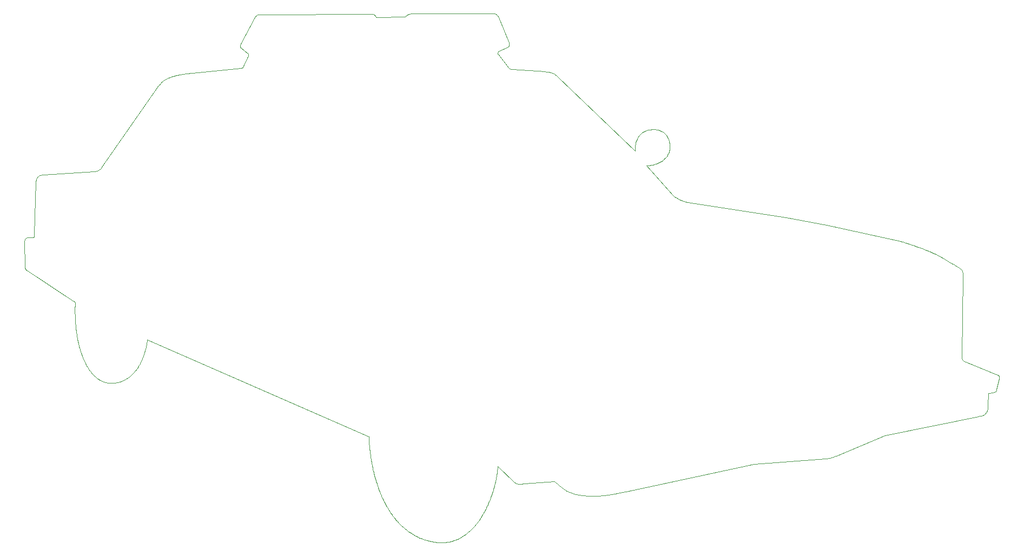
<source format=gm1>
%TF.GenerationSoftware,KiCad,Pcbnew,(5.99.0-8452-g479487ceb1)*%
%TF.CreationDate,2021-02-17T16:52:36+01:00*%
%TF.ProjectId,Hausaufgabe,48617573-6175-4666-9761-62652e6b6963,rev?*%
%TF.SameCoordinates,Original*%
%TF.FileFunction,Profile,NP*%
%FSLAX46Y46*%
G04 Gerber Fmt 4.6, Leading zero omitted, Abs format (unit mm)*
G04 Created by KiCad (PCBNEW (5.99.0-8452-g479487ceb1)) date 2021-02-17 16:52:36*
%MOMM*%
%LPD*%
G01*
G04 APERTURE LIST*
%TA.AperFunction,Profile*%
%ADD10C,0.047250*%
%TD*%
G04 APERTURE END LIST*
D10*
X127533656Y-62917526D02*
X127570812Y-62868187D01*
X167500191Y-85593705D02*
X167318600Y-85693499D01*
X141562657Y-136138695D02*
X141525772Y-136284255D01*
X87159351Y-113688696D02*
X87145226Y-113773308D01*
X164286680Y-81303156D02*
X164458054Y-81137482D01*
X102127155Y-70804186D02*
X102171327Y-70753418D01*
X134361895Y-145084159D02*
X134203358Y-145112543D01*
X151262242Y-135904607D02*
X151191261Y-135842201D01*
X154639999Y-137714241D02*
X154593669Y-137706683D01*
X168642373Y-84506489D02*
X168587136Y-84591846D01*
X194610936Y-131778231D02*
X194553720Y-131799840D01*
X154255763Y-137636321D02*
X154181544Y-137617106D01*
X145342501Y-136030658D02*
X145288342Y-136025800D01*
X140963768Y-138099666D02*
X140949643Y-138138218D01*
X149939184Y-71527880D02*
X150035184Y-71542511D01*
X81816160Y-120224195D02*
X81695687Y-120229411D01*
X75960786Y-111062341D02*
X75953588Y-110977561D01*
X156408968Y-137889616D02*
X156293653Y-137884936D01*
X86296957Y-116669891D02*
X86264659Y-116740629D01*
X152065357Y-136570817D02*
X151998065Y-136518213D01*
X166491236Y-80521963D02*
X166579223Y-80522759D01*
X126283405Y-141815747D02*
X126158049Y-141670623D01*
X70893697Y-87587009D02*
X70949383Y-87580442D01*
X149657624Y-71493198D02*
X149736433Y-71501996D01*
X79268694Y-87030886D02*
X79409507Y-86987938D01*
X130884375Y-144827906D02*
X130765911Y-144792587D01*
X76101940Y-112303214D02*
X76084488Y-112176860D01*
X86911769Y-114883660D02*
X86892158Y-114959958D01*
X77541184Y-117202607D02*
X77491701Y-117105911D01*
X79049721Y-87068915D02*
X79126283Y-87058973D01*
X217733367Y-125347916D02*
X217645744Y-125362086D01*
X218417903Y-124941991D02*
X218377598Y-124988663D01*
X76193705Y-112895957D02*
X76168152Y-112741752D01*
X87113289Y-113954315D02*
X87097366Y-114040147D01*
X79518903Y-119579694D02*
X79403202Y-119498959D01*
X168800412Y-82163698D02*
X168838018Y-82282344D01*
X87173383Y-113601809D02*
X87159351Y-113688696D01*
X167536942Y-80719817D02*
X167734962Y-80818881D01*
X83996910Y-119498248D02*
X83907218Y-119554555D01*
X82448093Y-120139881D02*
X82360919Y-120157235D01*
X217956210Y-125283079D02*
X217909516Y-125300550D01*
X101784436Y-67654314D02*
X101765635Y-67591000D01*
X138098679Y-142947734D02*
X137995041Y-143053671D01*
X141129751Y-137624699D02*
X141090976Y-137739367D01*
X128694088Y-143863761D02*
X128547447Y-143772912D01*
X77964644Y-117933348D02*
X77917230Y-117859378D01*
X127559120Y-143056824D02*
X127469427Y-142982126D01*
X77249968Y-116592557D02*
X77207597Y-116494787D01*
X93837806Y-71725428D02*
X93953086Y-71713107D01*
X161753112Y-137269047D02*
X161630277Y-137295406D01*
X133392515Y-145193727D02*
X133273078Y-145196966D01*
X155978103Y-137867755D02*
X155839074Y-137858157D01*
X86681011Y-115678328D02*
X86658433Y-115746064D01*
X83907218Y-119554555D02*
X83811587Y-119611701D01*
X135143716Y-144880229D02*
X134993630Y-144927892D01*
X214827396Y-116629407D02*
X214876518Y-116677672D01*
X68172125Y-102433801D02*
X68136681Y-102384717D01*
X141868373Y-134674741D02*
X141852629Y-134766821D01*
X151018367Y-135688063D02*
X150955212Y-135631080D01*
X214765701Y-102710643D02*
X214787830Y-102768105D01*
X217539405Y-125372073D02*
X217475441Y-125385018D01*
X127869962Y-143302582D02*
X127790524Y-143241678D01*
X69472924Y-97040914D02*
X69744901Y-88742183D01*
X211988089Y-100805789D02*
X212360441Y-101028746D01*
X151124307Y-71990549D02*
X151188810Y-72042999D01*
X143858649Y-67139357D02*
X143858215Y-67184654D01*
X144017435Y-71045154D02*
X144070335Y-71060458D01*
X76580277Y-114667763D02*
X76550679Y-114557157D01*
X151188810Y-72042999D02*
X151251066Y-72097024D01*
X140851405Y-138399709D02*
X140814880Y-138493819D01*
X125558898Y-140908266D02*
X125488817Y-140810980D01*
X140173078Y-139937841D02*
X140101827Y-140077707D01*
X82171876Y-120188522D02*
X82065442Y-120202369D01*
X166032124Y-86118321D02*
X165861267Y-86144300D01*
X89508753Y-73072713D02*
X89559852Y-73027345D01*
X141164290Y-62335825D02*
X141202166Y-62335611D01*
X138220500Y-142818846D02*
X138098679Y-142947734D01*
X152739817Y-137043722D02*
X152665509Y-136998542D01*
X128038534Y-62501518D02*
X128092871Y-62480894D01*
X169640390Y-90963344D02*
X169728106Y-91035109D01*
X79409507Y-86987938D02*
X79474010Y-86962089D01*
X170050708Y-91251557D02*
X170197916Y-91334934D01*
X150310359Y-71597834D02*
X150372252Y-71613903D01*
X69747601Y-88669105D02*
X69760107Y-88585160D01*
X152168996Y-136650363D02*
X152117629Y-136611163D01*
X214823998Y-102892138D02*
X214839021Y-102963973D01*
X122572339Y-133978146D02*
X122521062Y-133754248D01*
X69417180Y-97346245D02*
X69443268Y-97299717D01*
X75868897Y-108648302D02*
X75870698Y-108491678D01*
X129092690Y-144092402D02*
X128929180Y-144001776D01*
X69469325Y-97144824D02*
X69471123Y-97088028D01*
X122866424Y-62724635D02*
X122899802Y-62767930D01*
X78009355Y-118001406D02*
X77964644Y-117933348D01*
X194228823Y-131906086D02*
X194179974Y-131919959D01*
X77030278Y-116056963D02*
X76986466Y-115940924D01*
X122278787Y-132543524D02*
X122257375Y-132420422D01*
X194179974Y-131919959D02*
X194082715Y-131946066D01*
X168954162Y-82888001D02*
X168968554Y-83143062D01*
X68273156Y-102538457D02*
X68226103Y-102494536D01*
X205903216Y-98271389D02*
X206182726Y-98360271D01*
X84190783Y-119367090D02*
X84103338Y-119427860D01*
X83296021Y-119871400D02*
X83213795Y-119905693D01*
X132777018Y-145174626D02*
X132593518Y-145157687D01*
X101976466Y-70902909D02*
X102029455Y-70879785D01*
X122265440Y-62426279D02*
X122305564Y-62426088D01*
X104171153Y-62789766D02*
X104212357Y-62741874D01*
X75949090Y-110916258D02*
X75942794Y-110837082D01*
X136403266Y-144305513D02*
X136223049Y-144408045D01*
X145017011Y-135965246D02*
X144957363Y-135942432D01*
X141262449Y-137212947D02*
X141217738Y-137355246D01*
X82244386Y-120177540D02*
X82171876Y-120188522D01*
X145092671Y-135988889D02*
X145051378Y-135976680D01*
X90806969Y-72332149D02*
X90908529Y-72296399D01*
X101765635Y-67591000D02*
X101754210Y-67510469D01*
X220538390Y-119246024D02*
X220548556Y-119298420D01*
X139703511Y-140800241D02*
X139614446Y-140949343D01*
X161282206Y-137370094D02*
X161232366Y-137380792D01*
X87097366Y-114040147D02*
X87079643Y-114132631D01*
X218772003Y-124181993D02*
X218753829Y-124250672D01*
X125488817Y-140810980D02*
X125397298Y-140681244D01*
X163569119Y-83254551D02*
X163587653Y-83046251D01*
X138480352Y-142527468D02*
X138362786Y-142662132D01*
X193869410Y-131996078D02*
X193787993Y-132012272D01*
X101808726Y-67706315D02*
X101784436Y-67654314D01*
X205076187Y-98043127D02*
X205324435Y-98102836D01*
X122806606Y-134901782D02*
X122776919Y-134792303D01*
X104212357Y-62741874D02*
X104269305Y-62684291D01*
X142037235Y-133390490D02*
X142028240Y-133482557D01*
X89176129Y-73422524D02*
X89240543Y-73347183D01*
X86764048Y-115415435D02*
X86732563Y-115517907D01*
X86082842Y-117110555D02*
X86034711Y-117201341D01*
X136714631Y-144111015D02*
X136628623Y-144167001D01*
X220131933Y-118868871D02*
X220214880Y-118897513D01*
X78591872Y-118760394D02*
X78541041Y-118702764D01*
X121888256Y-129149395D02*
X121881058Y-129010651D01*
X144815042Y-135871783D02*
X144762952Y-135839718D01*
X122546962Y-62500339D02*
X122632788Y-62540284D01*
X76168152Y-112741752D02*
X76145752Y-112600301D01*
X157752839Y-137881701D02*
X157681498Y-137884940D01*
X91216764Y-72198639D02*
X91287024Y-72178343D01*
X122364434Y-133005177D02*
X122336545Y-132859483D01*
X206999211Y-98628347D02*
X207257957Y-98716261D01*
X81015678Y-120192032D02*
X80918517Y-120173616D01*
X82065442Y-120202369D02*
X81940634Y-120215152D01*
X220420267Y-119026216D02*
X220457062Y-119068798D01*
X87017208Y-114435769D02*
X87005962Y-114486794D01*
X219984651Y-121527241D02*
X219958924Y-121551359D01*
X150924855Y-71850756D02*
X151011940Y-71907704D01*
X143732356Y-67531565D02*
X143705187Y-67565412D01*
X168455969Y-84772308D02*
X168357819Y-84891126D01*
X69830638Y-88312163D02*
X69863025Y-88231826D01*
X70466026Y-87684495D02*
X70568332Y-87651477D01*
X158095386Y-137861819D02*
X158010102Y-137867398D01*
X68381200Y-102618120D02*
X68330551Y-102584500D01*
X80082663Y-119898661D02*
X79979682Y-119849099D01*
X141937260Y-62619301D02*
X141985840Y-62668334D01*
X76208457Y-112981712D02*
X76193705Y-112895957D01*
X159311079Y-137736310D02*
X159204148Y-137750651D01*
X124250768Y-138739390D02*
X124203358Y-138643848D01*
X168158486Y-85100255D02*
X168009891Y-85234186D01*
X220093878Y-118853577D02*
X220131933Y-118868871D01*
X138871253Y-142043766D02*
X138803872Y-142131284D01*
X159813706Y-137660803D02*
X159754781Y-137670340D01*
X214694357Y-102572692D02*
X214736731Y-102647868D01*
X104045385Y-62983406D02*
X104082630Y-62913168D01*
X153600088Y-137425844D02*
X153530727Y-137399026D01*
X159457270Y-137715717D02*
X159385658Y-137725966D01*
X141609529Y-135946413D02*
X141594776Y-136007984D01*
X151129544Y-135787500D02*
X151018367Y-135688063D01*
X68096197Y-102313367D02*
X68086660Y-102293109D01*
X136481262Y-144258883D02*
X136403266Y-144305513D01*
X217325813Y-125415301D02*
X202620124Y-128389954D01*
X77725069Y-117540222D02*
X77690524Y-117479318D01*
X145875896Y-135998232D02*
X145844047Y-136002641D01*
X78102917Y-118138968D02*
X78060992Y-118078182D01*
X93113372Y-71814636D02*
X93233842Y-71798254D01*
X220523905Y-119195834D02*
X220538390Y-119246024D01*
X80796858Y-120146789D02*
X80689496Y-120119556D01*
X122480667Y-133570923D02*
X122446750Y-133411946D01*
X86815867Y-115239401D02*
X86784022Y-115348854D01*
X163620129Y-82805098D02*
X163668171Y-82556311D01*
X94205912Y-71687650D02*
X94316764Y-71677558D01*
X128929180Y-144001776D02*
X128815035Y-143935911D01*
X93553125Y-71757939D02*
X93627166Y-71749186D01*
X122305564Y-62426088D02*
X122408058Y-62452259D01*
X122041641Y-130928017D02*
X122022391Y-130759786D01*
X89346611Y-73231036D02*
X89410215Y-73166236D01*
X218377598Y-124988663D02*
X218321192Y-125046953D01*
X141891134Y-134536369D02*
X141868373Y-134674741D01*
X76020163Y-111654835D02*
X76013864Y-111599213D01*
X154181544Y-137617106D02*
X154104264Y-137595694D01*
X160077507Y-137616003D02*
X160042602Y-137622120D01*
X128259119Y-143583192D02*
X128106693Y-143476733D01*
X87130381Y-113858916D02*
X87113289Y-113954315D01*
X131542756Y-144993501D02*
X131347264Y-144949635D01*
X86190169Y-116897729D02*
X86129354Y-117020120D01*
X84816392Y-118844839D02*
X84774920Y-118884641D01*
X143815736Y-70915653D02*
X143831120Y-70932029D01*
X140247026Y-139788873D02*
X140225254Y-139833090D01*
X166535437Y-86003031D02*
X166329052Y-86057451D01*
X168891007Y-83894823D02*
X168846296Y-84059921D01*
X128285934Y-62426203D02*
X128374999Y-62408482D01*
X155736784Y-137850328D02*
X155633210Y-137841692D01*
X127193388Y-142741209D02*
X127042234Y-142601904D01*
X104092347Y-62894829D02*
X104135078Y-62835803D01*
X156900856Y-137899941D02*
X156822046Y-137899332D01*
X124776238Y-139709496D02*
X124711646Y-139598261D01*
X220298455Y-118936164D02*
X220334352Y-118957314D01*
X77641762Y-117391376D02*
X77610634Y-117333997D01*
X165965903Y-80546964D02*
X166193132Y-80529250D01*
X168211635Y-81184816D02*
X168342990Y-81330252D01*
X75892288Y-107743167D02*
X75898584Y-107609819D01*
X215158834Y-116871121D02*
X215264783Y-116913683D01*
X168968554Y-83143062D02*
X168963157Y-83395476D01*
X70715881Y-87615870D02*
X70819026Y-87597554D01*
X166579223Y-80522759D02*
X166787370Y-80529148D01*
X169865426Y-91134450D02*
X169970639Y-91202887D01*
X141725396Y-62461481D02*
X141776045Y-62492207D01*
X168357819Y-84891126D02*
X168277120Y-84980442D01*
X163668171Y-82556311D02*
X163722869Y-82343985D01*
X160952757Y-137443290D02*
X160841797Y-137467137D01*
X86658433Y-115746064D02*
X86634499Y-115816496D01*
X171365682Y-91837590D02*
X171483994Y-91878004D01*
X210042330Y-99798064D02*
X210326246Y-99928409D01*
X150891519Y-135573216D02*
X146246816Y-135966837D01*
X86601934Y-115909589D02*
X86562620Y-116018666D01*
X85270377Y-118350908D02*
X85209741Y-118423534D01*
X86529242Y-116108307D02*
X86490109Y-116210205D01*
X86844205Y-115138584D02*
X86815867Y-115239401D01*
X142049393Y-68657627D02*
X142057490Y-68682105D01*
X152117629Y-136611163D02*
X152065357Y-136570817D01*
X123795670Y-137757454D02*
X123752668Y-137656382D01*
X142042196Y-68623729D02*
X142049393Y-68657627D01*
X140593746Y-139033207D02*
X140532392Y-139174406D01*
X92849147Y-71853041D02*
X93007789Y-71829561D01*
X126017076Y-141501749D02*
X125942404Y-141409761D01*
X143805838Y-66916480D02*
X143817534Y-66944487D01*
X145386131Y-136033087D02*
X145342501Y-136030658D01*
X132908562Y-145184728D02*
X132777018Y-145174626D01*
X122009436Y-130641625D02*
X121995040Y-130504840D01*
X78967587Y-87076202D02*
X79049721Y-87068915D01*
X168102140Y-81080986D02*
X168211635Y-81184816D01*
X141746383Y-135328302D02*
X141745644Y-135331901D01*
X68027824Y-101929427D02*
X67988240Y-98016462D01*
X146125996Y-135977092D02*
X146056004Y-135983030D01*
X140428483Y-139405804D02*
X140428215Y-139406403D01*
X122678588Y-134414634D02*
X122669590Y-134380143D01*
X89906619Y-72766783D02*
X89996691Y-72710284D01*
X156069947Y-137873422D02*
X155978103Y-137867755D01*
X122989045Y-62937047D02*
X123053911Y-62936770D01*
X84298084Y-119288679D02*
X84190783Y-119367090D01*
X134203358Y-145112543D02*
X134093181Y-145129798D01*
X141815926Y-134971462D02*
X141785159Y-135133751D01*
X137027226Y-143892638D02*
X136837925Y-144027727D01*
X220258692Y-118916228D02*
X220298455Y-118936164D01*
X140770887Y-138605302D02*
X140739669Y-138682977D01*
X214740761Y-116502600D02*
X214781605Y-116572800D01*
X143832290Y-66984859D02*
X143844792Y-67029866D01*
X79403202Y-119498959D02*
X79308540Y-119428724D01*
X142098385Y-62837977D02*
X143805838Y-66916480D01*
X123356287Y-136642444D02*
X123288364Y-136451517D01*
X139523546Y-141097140D02*
X139416886Y-141265253D01*
X124711646Y-139598261D02*
X124628699Y-139452332D01*
X123053911Y-62936770D02*
X127476080Y-62917775D01*
X125829321Y-141267054D02*
X125737161Y-141147605D01*
X163554724Y-83657215D02*
X163561023Y-83392005D01*
X70027838Y-87971649D02*
X70068051Y-87928854D01*
X76855206Y-115571362D02*
X76823722Y-115477519D01*
X159925432Y-137642254D02*
X159813706Y-137660803D01*
X101776699Y-67282788D02*
X101796852Y-67225122D01*
X102961274Y-68649763D02*
X102938603Y-68614542D01*
X171221777Y-91786175D02*
X171365682Y-91837590D01*
X89638480Y-72961334D02*
X89722778Y-72895429D01*
X102921778Y-68591909D02*
X102877696Y-68558203D01*
X93233842Y-71798254D02*
X93325335Y-71786256D01*
X84703847Y-118951079D02*
X84623150Y-119023743D01*
X135783899Y-144628599D02*
X135686875Y-144671935D01*
X78904477Y-119083461D02*
X78849779Y-119030705D01*
X141768063Y-135220587D02*
X141746383Y-135328302D01*
X77690524Y-117479318D02*
X77641762Y-117391376D01*
X158743955Y-137805269D02*
X158681250Y-137811747D01*
X84774920Y-118884641D02*
X84703847Y-118951079D01*
X219636312Y-121688692D02*
X218851800Y-121849368D01*
X131041784Y-144872177D02*
X130884375Y-144827906D01*
X123448319Y-136892475D02*
X123397848Y-136756574D01*
X76269361Y-113315343D02*
X76249661Y-113210851D01*
X86732563Y-115517907D02*
X86702334Y-115613015D01*
X215031355Y-116793564D02*
X215083534Y-116826471D01*
X140225254Y-139833090D02*
X140173078Y-139937841D01*
X123519749Y-137080100D02*
X123448319Y-136892475D01*
X163561023Y-83392005D02*
X163569119Y-83254551D01*
X141679155Y-62436712D02*
X141725396Y-62461481D01*
X86784022Y-115348854D02*
X86764048Y-115415435D01*
X102171327Y-70753418D02*
X102231692Y-70675502D01*
X102877696Y-68558203D02*
X101899859Y-67810454D01*
X220556885Y-119421427D02*
X220547169Y-119461994D01*
X76227080Y-113087133D02*
X76208457Y-112981712D01*
X129869016Y-144466313D02*
X129677212Y-144382269D01*
X161044072Y-137423246D02*
X160952757Y-137443290D01*
X141217738Y-137355246D02*
X141170325Y-137502039D01*
X207911627Y-98945836D02*
X208177162Y-99042535D01*
X211363380Y-100451759D02*
X211725324Y-100653445D01*
X194684887Y-131748732D02*
X194610936Y-131778231D01*
X75881619Y-109695079D02*
X75878020Y-109568126D01*
X139799547Y-140634666D02*
X139703511Y-140800241D01*
X160536721Y-137529843D02*
X160431967Y-137550381D01*
X145288342Y-136025800D02*
X145249028Y-136020942D01*
X214862996Y-103444340D02*
X214693082Y-116167758D01*
X101899859Y-67810454D02*
X101864415Y-67779900D01*
X122408058Y-62452259D02*
X122481110Y-62475408D01*
X70658394Y-87628273D02*
X70715881Y-87615870D01*
X101806479Y-67206911D02*
X101844623Y-67134993D01*
X141577407Y-62392493D02*
X141624008Y-62411071D01*
X86702334Y-115613015D02*
X86681011Y-115678328D01*
X206182726Y-98360271D02*
X206347378Y-98413279D01*
X151690480Y-136269691D02*
X151623277Y-136213794D01*
X152515897Y-136900776D02*
X152450313Y-136855650D01*
X156745848Y-137898341D02*
X156682604Y-137897263D01*
X128386510Y-143668865D02*
X128259119Y-143583192D01*
X78450717Y-118596607D02*
X78398178Y-118532553D01*
X121867561Y-128709964D02*
X121863063Y-128595198D01*
X125203648Y-140395964D02*
X125167933Y-140341598D01*
X86391240Y-116453908D02*
X86341757Y-116569115D01*
X209251729Y-99458963D02*
X209443667Y-99538365D01*
X205495114Y-98143941D02*
X205903216Y-98271389D01*
X145249028Y-136020942D02*
X145194598Y-136012124D01*
X145625795Y-136027202D02*
X145573077Y-136030890D01*
X94113851Y-71696678D02*
X94205912Y-71687650D01*
X137655633Y-143377780D02*
X137493140Y-143521138D01*
X152846749Y-137103395D02*
X152739817Y-137043722D01*
X142039496Y-68597057D02*
X142042196Y-68623729D01*
X155061400Y-137770845D02*
X154963923Y-137758359D01*
X220497635Y-119133686D02*
X220510861Y-119161901D01*
X83350180Y-119847757D02*
X83296021Y-119871400D01*
X140639088Y-138926699D02*
X140593746Y-139033207D01*
X104393275Y-62591794D02*
X104465065Y-62556136D01*
X103022720Y-68926468D02*
X103024518Y-68865879D01*
X102084513Y-70843359D02*
X102127155Y-70804186D01*
X75933799Y-110721018D02*
X75925702Y-110609445D01*
X122336545Y-132859483D02*
X122319453Y-132768232D01*
X75876095Y-108201071D02*
X75880593Y-108051565D01*
X87145226Y-113773308D02*
X87130381Y-113858916D01*
X142142965Y-68347011D02*
X142102032Y-68399063D01*
X133542493Y-145186529D02*
X133392515Y-145193727D01*
X132151588Y-145102897D02*
X131996012Y-145078769D01*
X194008763Y-131964562D02*
X193930496Y-131982817D01*
X80323137Y-120000326D02*
X80249995Y-119971424D01*
X77350728Y-116815158D02*
X77317892Y-116743979D01*
X143856759Y-70956038D02*
X143876640Y-70972158D01*
X123865752Y-137918844D02*
X123795670Y-137757454D01*
X161168042Y-137395465D02*
X161096790Y-137411522D01*
X211137145Y-100330780D02*
X211363380Y-100451759D01*
X86034711Y-117201341D02*
X85973986Y-117312158D01*
X170876756Y-91652643D02*
X170969400Y-91689996D01*
X85922976Y-117402080D02*
X85857121Y-117514140D01*
X93007789Y-71829561D02*
X93113372Y-71814636D01*
X163722869Y-82343985D02*
X163784582Y-82153456D01*
X168846296Y-84059921D02*
X168793935Y-84211362D01*
X83428808Y-119811972D02*
X83350180Y-119847757D01*
X129580447Y-144337836D02*
X129467685Y-144284327D01*
X218691574Y-124445740D02*
X218678080Y-124481158D01*
X123595591Y-137273542D02*
X123572738Y-137215711D01*
X143846520Y-67278437D02*
X143830776Y-67338573D01*
X171657876Y-91933833D02*
X171791498Y-91958573D01*
X214804024Y-102817693D02*
X214823998Y-102892138D01*
X141893719Y-62580066D02*
X141937260Y-62619301D01*
X153905400Y-137534500D02*
X153767449Y-137487414D01*
X141636070Y-135833470D02*
X141628872Y-135864716D01*
X161872179Y-137243498D02*
X161753112Y-137269047D01*
X170366077Y-91422453D02*
X170506744Y-91490574D01*
X94316764Y-71677558D02*
X101803014Y-70933581D01*
X214712875Y-116426599D02*
X214740761Y-116502600D01*
X126464556Y-142017445D02*
X126364373Y-141907052D01*
X125942404Y-141409761D02*
X125878622Y-141329785D01*
X76550679Y-114557157D02*
X76520810Y-114442466D01*
X82653381Y-120091696D02*
X82554843Y-120116120D01*
X133132708Y-145198043D02*
X133033414Y-145192736D01*
X161630277Y-137295406D02*
X161561544Y-137310153D01*
X166975856Y-85850841D02*
X166847181Y-85900696D01*
X214876518Y-116677672D02*
X214933734Y-116724993D01*
X94032973Y-71704839D02*
X94113851Y-71696678D01*
X76042295Y-111845788D02*
X76032579Y-111763616D01*
X194285682Y-131889290D02*
X194228823Y-131906086D01*
X125167933Y-140341598D02*
X125101362Y-140239069D01*
X76423021Y-114042515D02*
X76393423Y-113912747D01*
X68108610Y-97604299D02*
X68180493Y-97545192D01*
X140739669Y-138682977D02*
X140704493Y-138769351D01*
X69323707Y-97413837D02*
X69372109Y-97390257D01*
X220101787Y-121326011D02*
X220089642Y-121376667D01*
X171791498Y-91958573D02*
X187138186Y-94330859D01*
X122102727Y-131411454D02*
X122086084Y-131286095D01*
X155341879Y-137813532D02*
X155260551Y-137799678D01*
X170624478Y-91544596D02*
X170769024Y-91607696D01*
X122022391Y-130759786D02*
X122009436Y-130641625D01*
X83620456Y-119717230D02*
X83531213Y-119762696D01*
X136097170Y-144475436D02*
X135998246Y-144526022D01*
X220548556Y-119298420D02*
X220554854Y-119356672D01*
X121932157Y-129808296D02*
X121921360Y-129665844D01*
X84372574Y-119231721D02*
X84298084Y-119288679D01*
X77097749Y-116229392D02*
X77061585Y-116137912D01*
X122788787Y-62645545D02*
X122831700Y-62686134D01*
X132439211Y-145140827D02*
X132309790Y-145124822D01*
X80689496Y-120119556D02*
X80592928Y-120092145D01*
X168953441Y-83515465D02*
X168925463Y-83725110D01*
X214787830Y-102768105D02*
X214804024Y-102817693D01*
X121921360Y-129665844D02*
X121909575Y-129497435D01*
X79049138Y-119215932D02*
X78978967Y-119152966D01*
X86982211Y-114592148D02*
X86966737Y-114658615D01*
X101754210Y-67510469D02*
X101752409Y-67469973D01*
X127469427Y-142982126D02*
X127352860Y-142882472D01*
X141594776Y-136007984D02*
X141562657Y-136138695D01*
X150035184Y-71542511D02*
X150115613Y-71556371D01*
X84881437Y-118780661D02*
X84816392Y-118844839D01*
X159204148Y-137750651D02*
X159098367Y-137764228D01*
X122741377Y-62607675D02*
X122788787Y-62645545D01*
X138949342Y-141940118D02*
X138871253Y-142043766D01*
X77863253Y-117772924D02*
X77799738Y-117668071D01*
X141449838Y-62355299D02*
X141521357Y-62373752D01*
X122152210Y-131761684D02*
X122128819Y-131599924D01*
X140532392Y-139174406D02*
X140480034Y-139292076D01*
X125101362Y-140239069D02*
X125012386Y-140098896D01*
X122889821Y-135198461D02*
X122837103Y-135012274D01*
X75872620Y-109360284D02*
X75869923Y-109188627D01*
X143949240Y-71017194D02*
X143981720Y-71031883D01*
X210843781Y-100179721D02*
X211137145Y-100330780D01*
X170197916Y-91334934D02*
X170293923Y-91385781D01*
X85620247Y-117884296D02*
X85553942Y-117979465D01*
X161502078Y-137322926D02*
X161408876Y-137342925D01*
X214856653Y-103086974D02*
X214865652Y-103191731D01*
X167912370Y-80931008D02*
X167997115Y-80993758D01*
X167394213Y-80662961D02*
X167536942Y-80719817D01*
X141948171Y-134155321D02*
X141927391Y-134300792D01*
X143765645Y-67482162D02*
X143732356Y-67531565D01*
X124340464Y-138916180D02*
X124250768Y-138739390D01*
X142199732Y-68289792D02*
X142162665Y-68325673D01*
X124152708Y-138540270D02*
X124083258Y-138395338D01*
X127777907Y-62651949D02*
X127828107Y-62614490D01*
X218753829Y-124250672D02*
X218741952Y-124291901D01*
X194553720Y-131799840D02*
X194486516Y-131823993D01*
X151544917Y-136147933D02*
X151435487Y-136054757D01*
X123572738Y-137215711D02*
X123519749Y-137080100D01*
X69372109Y-97390257D02*
X69417180Y-97346245D01*
X75906808Y-110284488D02*
X75899610Y-110153626D01*
X218539533Y-124768405D02*
X218505887Y-124822131D01*
X141298075Y-137096822D02*
X141285209Y-137138954D01*
X142238685Y-68271654D02*
X142199732Y-68289792D01*
X70365986Y-87725364D02*
X70466026Y-87684495D01*
X122179468Y-131942633D02*
X122152210Y-131761684D01*
X141706961Y-135516262D02*
X141687529Y-135605623D01*
X156822046Y-137899332D02*
X156745848Y-137898341D01*
X133942454Y-145150164D02*
X133744526Y-145171333D01*
X144521308Y-135626343D02*
X142204730Y-133384513D01*
X77266882Y-116630775D02*
X77249968Y-116592557D01*
X193566428Y-132045405D02*
X193446102Y-132054311D01*
X131835202Y-145051096D02*
X131679241Y-145021562D01*
X68029622Y-102121795D02*
X68028723Y-102024520D01*
X129677212Y-144382269D02*
X129580447Y-144337836D01*
X78210782Y-118289596D02*
X78156534Y-118214880D01*
X132593518Y-145157687D02*
X132439211Y-145140827D01*
X78498310Y-118653157D02*
X78450717Y-118596607D01*
X69471123Y-97088028D02*
X69472924Y-97040914D01*
X165168245Y-80724821D02*
X165402296Y-80649981D01*
X160733883Y-137489802D02*
X160629177Y-137511293D01*
X84527672Y-119106059D02*
X84442117Y-119176545D01*
X126637250Y-142201200D02*
X126542374Y-142101208D01*
X168639198Y-81781911D02*
X168708109Y-81926527D01*
X155260551Y-137799678D02*
X155160783Y-137784476D01*
X143752581Y-70833988D02*
X143770573Y-70856690D01*
X167734962Y-80818881D02*
X167912370Y-80931008D01*
X151011940Y-71907704D02*
X151068439Y-71948015D01*
X167997115Y-80993758D02*
X168102140Y-81080986D01*
X144070335Y-71060458D02*
X144123681Y-71072058D01*
X127671840Y-62749451D02*
X127733736Y-62689341D01*
X79959491Y-86565265D02*
X80002225Y-86504271D01*
X136223049Y-144408045D02*
X136097170Y-144475436D01*
X86892158Y-114959958D02*
X86877944Y-115013954D01*
X79196725Y-87046773D02*
X79268694Y-87030886D01*
X136837925Y-144027727D02*
X136714631Y-144111015D01*
X144259346Y-71092998D02*
X144284717Y-71094856D01*
X157681498Y-137884940D02*
X157571357Y-137889348D01*
X160431967Y-137550381D02*
X160365573Y-137563138D01*
X75953588Y-110977561D02*
X75949090Y-110916258D01*
X138710013Y-142250233D02*
X138608074Y-142375653D01*
X162100779Y-137194430D02*
X162018552Y-137212083D01*
X159754781Y-137670340D02*
X159667697Y-137684105D01*
X214383894Y-102256444D02*
X214454425Y-102310026D01*
X69760107Y-88585160D02*
X69779089Y-88489303D01*
X142095723Y-68744900D02*
X142111649Y-68764938D01*
X194486516Y-131823993D02*
X194379827Y-131859881D01*
X77917230Y-117859378D02*
X77863253Y-117772924D01*
X134993630Y-144927892D02*
X134828896Y-144975465D01*
X194881998Y-131658632D02*
X194822981Y-131687710D01*
X81320441Y-120223115D02*
X81235785Y-120216908D01*
X68058050Y-102219706D02*
X68029622Y-102121795D01*
X144245225Y-71091018D02*
X144259346Y-71092998D01*
X67987341Y-97913773D02*
X68000745Y-97827517D01*
X164611523Y-81016729D02*
X164823954Y-80882338D01*
X169550086Y-90879166D02*
X169640390Y-90963344D01*
X143906060Y-70992748D02*
X143949240Y-71017194D01*
X133033414Y-145192736D02*
X132908562Y-145184728D01*
X123397848Y-136756574D02*
X123356287Y-136642444D01*
X86562620Y-116018666D02*
X86529242Y-116108307D01*
X164020737Y-81655815D02*
X164098647Y-81536799D01*
X77441772Y-117005508D02*
X77404527Y-116928761D01*
X218266223Y-125096773D02*
X218225832Y-125129486D01*
X193787993Y-132012272D02*
X193674412Y-132031605D01*
X220089642Y-121376667D02*
X220067959Y-121413966D01*
X142204730Y-133384513D02*
X142050821Y-133235564D01*
X141776045Y-62492207D02*
X141804205Y-62511056D01*
X122257375Y-132420422D02*
X122235606Y-132292321D01*
X158973409Y-137779519D02*
X158885964Y-137789678D01*
X67988240Y-98016462D02*
X67987341Y-97913773D01*
X214865652Y-103191731D02*
X214864794Y-103255848D01*
X195021891Y-131599554D02*
X194952530Y-131628846D01*
X122931198Y-62816396D02*
X122962236Y-62874495D01*
X76393423Y-113912747D02*
X76365713Y-113787066D01*
X127828107Y-62614490D02*
X127865713Y-62589521D01*
X160277947Y-137579647D02*
X160184710Y-137596803D01*
X158204781Y-137853993D02*
X158095386Y-137861819D01*
X158885964Y-137789678D02*
X158743955Y-137805269D01*
X220109883Y-121290644D02*
X220101787Y-121326011D01*
X141272608Y-62334467D02*
X141331083Y-62337537D01*
X122187440Y-62426652D02*
X122265440Y-62426279D01*
X76340613Y-113669793D02*
X76317674Y-113559416D01*
X141804205Y-62511056D02*
X141847657Y-62542732D01*
X220018208Y-121488861D02*
X219984651Y-121527241D01*
X218090166Y-125219216D02*
X218037894Y-125246745D01*
X78757403Y-118938038D02*
X78711972Y-118890771D01*
X167838447Y-85370368D02*
X167684249Y-85478865D01*
X214015492Y-102029078D02*
X214072708Y-102061573D01*
X141202166Y-62335611D02*
X141272608Y-62334467D01*
X135319955Y-144818882D02*
X135143716Y-144880229D01*
X123131376Y-135987260D02*
X123074249Y-135809556D01*
X69262443Y-97424911D02*
X69323707Y-97413837D01*
X218127230Y-125197498D02*
X218090166Y-125219216D01*
X206347378Y-98413279D02*
X206565990Y-98484448D01*
X143622511Y-67627206D02*
X142272242Y-68256034D01*
X104557964Y-62526029D02*
X104637491Y-62512293D01*
X193371701Y-132059797D02*
X182132509Y-132895434D01*
X90121920Y-72637837D02*
X90192091Y-72599970D01*
X214736731Y-102647868D02*
X214765701Y-102710643D01*
X143844792Y-67029866D02*
X143855050Y-67087841D01*
X81144362Y-120208091D02*
X81015678Y-120192032D01*
X137995041Y-143053671D02*
X137890261Y-143157399D01*
X163587653Y-83046251D02*
X163620129Y-82805098D01*
X143831120Y-70932029D02*
X143856759Y-70956038D01*
X122521062Y-133754248D02*
X122480667Y-133570923D01*
X121872961Y-128836054D02*
X121867561Y-128709964D01*
X143981720Y-71031883D02*
X144017435Y-71045154D01*
X218568503Y-124718033D02*
X218539533Y-124768405D01*
X76637136Y-114871974D02*
X76618421Y-114805915D01*
X122989144Y-135534993D02*
X122955676Y-135423608D01*
X83071652Y-119960662D02*
X82955839Y-120001461D01*
X150731075Y-71745227D02*
X150791979Y-71775414D01*
X128005430Y-143403575D02*
X127869962Y-143302582D01*
X68000745Y-97827517D02*
X68019728Y-97757308D01*
X101862840Y-70927454D02*
X101917538Y-70918968D01*
X102938603Y-68614542D02*
X102921778Y-68591909D01*
X141667198Y-135697151D02*
X141636070Y-135833470D01*
X76145752Y-112600301D02*
X76128389Y-112486468D01*
X122069623Y-131157745D02*
X122041641Y-130928017D01*
X210666364Y-100091457D02*
X210843781Y-100179721D01*
X125307242Y-140550447D02*
X125203648Y-140395964D01*
X208432427Y-99137605D02*
X208702227Y-99240539D01*
X168925463Y-83725110D02*
X168891007Y-83894823D01*
X87038617Y-114335554D02*
X87017208Y-114435769D01*
X144284717Y-71094856D02*
X149487458Y-71475550D01*
X126158049Y-141670623D02*
X126017076Y-141501749D01*
X153283613Y-137298202D02*
X153228645Y-137274776D01*
X141745644Y-135331901D02*
X141727203Y-135420758D01*
X76450190Y-114157747D02*
X76423021Y-114042515D01*
X86129354Y-117020120D02*
X86082842Y-117110555D01*
X122831700Y-62686134D02*
X122866424Y-62724635D01*
X141429332Y-136645119D02*
X141387139Y-136794769D01*
X101803014Y-70933581D02*
X101862840Y-70927454D01*
X213818642Y-101915497D02*
X213939472Y-101985509D01*
X85054283Y-118599874D02*
X84961594Y-118698757D01*
X143664703Y-67607567D02*
X143622511Y-67627206D01*
X102252744Y-70630638D02*
X102289811Y-70551577D01*
X156182852Y-137879629D02*
X156069947Y-137873422D01*
X136628623Y-144167001D02*
X136481262Y-144258883D01*
X123288364Y-136451517D02*
X123247159Y-136332986D01*
X141170325Y-137502039D02*
X141130561Y-137622270D01*
X77404527Y-116928761D02*
X77350728Y-116815158D01*
X139867920Y-140513578D02*
X139799547Y-140634666D01*
X85973986Y-117312158D02*
X85922976Y-117402080D01*
X167206189Y-85749293D02*
X166975856Y-85850841D01*
X122899802Y-62767930D02*
X122931198Y-62816396D01*
X214839021Y-102963973D02*
X214848556Y-103022008D01*
X79308540Y-119428724D02*
X79206846Y-119348926D01*
X166192730Y-86087904D02*
X166032124Y-86118321D01*
X101844623Y-67134993D02*
X101858658Y-67108513D01*
X76032579Y-111763616D02*
X76020163Y-111654835D01*
X69798789Y-88411520D02*
X69830638Y-88312163D01*
X102983763Y-69072799D02*
X103005717Y-69014397D01*
X142039687Y-68563934D02*
X142039496Y-68597057D01*
X159543006Y-137703123D02*
X159457270Y-137715717D01*
X218717933Y-124368849D02*
X218704528Y-124409008D01*
X92484219Y-71912371D02*
X92525242Y-71905300D01*
X124425658Y-139079658D02*
X124340464Y-138916180D01*
X144686122Y-135785884D02*
X144640420Y-135741642D01*
X215264783Y-116913683D02*
X220022266Y-118824814D01*
X141628872Y-135864716D02*
X141609529Y-135946413D01*
X75880593Y-108051565D02*
X75885989Y-107896084D01*
X130407827Y-144675066D02*
X130223913Y-144608232D01*
X220214880Y-118897513D02*
X220258692Y-118916228D01*
X76904058Y-115712822D02*
X76855206Y-115571362D01*
X154800404Y-137737432D02*
X154716108Y-137725736D01*
X70949383Y-87580442D02*
X71014157Y-87576394D01*
X76618421Y-114805915D02*
X76580277Y-114667763D01*
X75885218Y-109799521D02*
X75881619Y-109695079D01*
X80171906Y-119938632D02*
X80082663Y-119898661D01*
X217645744Y-125362086D02*
X217610296Y-125366223D01*
X144849947Y-135891358D02*
X144815042Y-135871783D01*
X167684249Y-85478865D02*
X167500191Y-85593705D01*
X91744032Y-72060997D02*
X91828959Y-72041625D01*
X83213795Y-119905693D02*
X83158915Y-119927548D01*
X194082715Y-131946066D02*
X194008763Y-131964562D01*
X139124771Y-141698146D02*
X139035707Y-141822603D01*
X122418682Y-133276705D02*
X122397360Y-133171667D01*
X154532761Y-137696040D02*
X154461959Y-137682581D01*
X77124921Y-116296828D02*
X77097749Y-116229392D01*
X140814880Y-138493819D02*
X140780781Y-138580489D01*
X141090976Y-137739367D02*
X141024494Y-137930549D01*
X87069566Y-114183902D02*
X87051304Y-114274414D01*
X141130561Y-137622270D02*
X141129751Y-137624699D01*
X85449316Y-118122931D02*
X85371137Y-118225138D01*
X154716108Y-137725736D02*
X154639999Y-137714241D01*
X158336041Y-137843681D02*
X158204781Y-137853993D01*
X154593669Y-137706683D02*
X154532761Y-137696040D01*
X81940634Y-120215152D02*
X81816160Y-120224195D01*
X82856447Y-120033686D02*
X82758559Y-120062952D01*
X163784582Y-82153456D02*
X163853854Y-81978225D01*
X214781605Y-116572800D02*
X214827396Y-116629407D01*
X153174489Y-137251349D02*
X153108452Y-137222363D01*
X145929513Y-135993735D02*
X145875896Y-135998232D01*
X162018552Y-137212083D02*
X161872179Y-137243498D01*
X127733736Y-62689341D02*
X127777907Y-62651949D01*
X76128389Y-112486468D02*
X76121191Y-112436954D01*
X158681250Y-137811747D02*
X158591376Y-137820743D01*
X142028240Y-133482557D02*
X142009257Y-133664492D01*
X202620124Y-128389954D02*
X195021891Y-131599554D01*
X122741472Y-134658681D02*
X122722671Y-134586881D01*
X141727203Y-135420758D02*
X141706961Y-135516262D01*
X131679241Y-145021562D02*
X131542756Y-144993501D01*
X161337713Y-137358185D02*
X161282206Y-137370094D01*
X90051660Y-72677667D02*
X90121920Y-72637837D01*
X122235606Y-132292321D02*
X122203219Y-132093877D01*
X88995842Y-73656852D02*
X89048832Y-73581170D01*
X135547241Y-144730968D02*
X135404881Y-144787196D01*
X77799738Y-117668071D02*
X77766363Y-117611509D01*
X139232601Y-141542854D02*
X139124771Y-141698146D01*
X125878622Y-141329785D02*
X125829321Y-141267054D01*
X121978487Y-130338277D02*
X121960766Y-130148223D01*
X141980918Y-133906489D02*
X141966526Y-134019219D01*
X155839074Y-137858157D02*
X155736784Y-137850328D01*
X151251066Y-72097024D02*
X151309901Y-72151161D01*
X128450117Y-62408055D02*
X141164290Y-62335825D01*
X213273587Y-101589819D02*
X213458352Y-101701810D01*
X153351087Y-137326515D02*
X153283613Y-137298202D01*
X144587612Y-135690495D02*
X144521308Y-135626343D01*
X85808091Y-117594917D02*
X85735763Y-117709923D01*
X140480034Y-139292076D02*
X140428483Y-139405804D01*
X169728106Y-91035109D02*
X169865426Y-91134450D01*
X155160783Y-137784476D02*
X155061400Y-137770845D01*
X142069508Y-62769049D02*
X142098385Y-62837977D01*
X141687529Y-135605623D02*
X141667198Y-135697151D01*
X157828859Y-137877924D02*
X157752839Y-137881701D01*
X91828959Y-72041625D02*
X91926480Y-72020210D01*
X165709300Y-86161890D02*
X165483030Y-86178291D01*
X126747079Y-142313975D02*
X126637250Y-142201200D01*
X214933734Y-116724993D02*
X215031355Y-116793564D01*
X141985840Y-62668334D02*
X142012021Y-62697418D01*
X146246816Y-135966837D02*
X146164051Y-135973853D01*
X70169207Y-87841301D02*
X70260196Y-87780610D01*
X86966737Y-114658615D02*
X86946767Y-114742308D01*
X163853854Y-81978225D02*
X163940939Y-81796230D01*
X142009257Y-133664492D02*
X141998371Y-133761165D01*
X69469898Y-97188253D02*
X69472598Y-97144744D01*
X79474010Y-86962089D02*
X79565242Y-86917585D01*
X217425241Y-125395184D02*
X217325813Y-125415301D01*
X102966492Y-69109566D02*
X102983763Y-69072799D01*
X101754210Y-67413378D02*
X101762307Y-67348847D01*
X144957363Y-135942432D02*
X144887642Y-135910800D01*
X163940939Y-81796230D02*
X164020737Y-81655815D01*
X139614446Y-140949343D02*
X139523546Y-141097140D01*
X167190589Y-80600093D02*
X167394213Y-80662961D01*
X140894585Y-138286249D02*
X140851405Y-138399709D01*
X153028027Y-137186467D02*
X152975487Y-137162699D01*
X209693729Y-99644513D02*
X210042330Y-99798064D01*
X69460453Y-97246081D02*
X69469898Y-97188253D01*
X218704528Y-124409008D02*
X218691574Y-124445740D01*
X124506808Y-139231338D02*
X124425658Y-139079658D01*
X157163962Y-137899134D02*
X157092803Y-137899782D01*
X143852819Y-67241303D02*
X143846520Y-67278437D01*
X140383501Y-139503144D02*
X140304335Y-139670619D01*
X151341950Y-135974086D02*
X151262242Y-135904607D01*
X137175298Y-143780725D02*
X137027226Y-143892638D01*
X137890261Y-143157399D02*
X137796753Y-143247171D01*
X219874268Y-121609082D02*
X219824425Y-121633264D01*
X193559128Y-95439930D02*
X205076187Y-98043127D01*
X86490109Y-116210205D02*
X86446298Y-116320564D01*
X165861267Y-86144300D02*
X165709300Y-86161890D01*
X122622721Y-134190061D02*
X122572339Y-133978146D01*
X151821288Y-136376954D02*
X151765328Y-136331360D01*
X90505607Y-72450939D02*
X90600986Y-72411093D01*
X211725324Y-100653445D02*
X211988089Y-100805789D01*
X194379827Y-131859881D02*
X194285682Y-131889290D01*
X151421276Y-72261899D02*
X151490730Y-72328206D01*
X218851800Y-121849368D02*
X218784597Y-123813734D01*
X127352860Y-142882472D02*
X127193388Y-142741209D01*
X157571357Y-137889348D02*
X157521246Y-137891149D01*
X160184710Y-137596803D02*
X160077507Y-137616003D01*
X128547447Y-143772912D02*
X128386510Y-143668865D01*
X84442117Y-119176545D02*
X84372574Y-119231721D01*
X143876640Y-70972158D02*
X143906060Y-70992748D01*
X168963157Y-83395476D02*
X168953441Y-83515465D01*
X129201222Y-144150201D02*
X129092690Y-144092402D01*
X218678080Y-124481158D02*
X218650009Y-124550242D01*
X142102032Y-68399063D02*
X142082150Y-68430685D01*
X164202923Y-81399288D02*
X164286680Y-81303156D01*
X194822981Y-131687710D02*
X194755240Y-131718729D01*
X121960766Y-130148223D02*
X121947362Y-129994375D01*
X69895683Y-88164451D02*
X69924200Y-88113719D01*
X166329052Y-86057451D02*
X166192730Y-86087904D01*
X217610296Y-125366223D02*
X217539405Y-125372073D01*
X77766363Y-117611509D02*
X77725069Y-117540222D01*
X139952846Y-140359366D02*
X139867920Y-140513578D01*
X101752409Y-67469973D02*
X101754210Y-67413378D01*
X152450313Y-136855650D02*
X152379604Y-136805737D01*
X123015952Y-135622817D02*
X122989144Y-135534993D01*
X90324132Y-72533494D02*
X90416814Y-72490160D01*
X75870698Y-108491678D02*
X75873395Y-108331301D01*
X92525242Y-71905300D02*
X92614306Y-71890318D01*
X126542374Y-142101208D02*
X126464556Y-142017445D01*
X143830776Y-67338573D02*
X143813683Y-67386283D01*
X140428215Y-139406403D02*
X140383501Y-139503144D01*
X122128819Y-131599924D02*
X122102727Y-131411454D01*
X143858215Y-67184654D02*
X143852819Y-67241303D01*
X79979682Y-119849099D02*
X79888341Y-119801994D01*
X101827530Y-67736142D02*
X101808726Y-67706315D01*
X104637491Y-62512293D02*
X104660433Y-62510116D01*
X83714984Y-119666453D02*
X83620456Y-119717230D01*
X207257957Y-98716261D02*
X207578984Y-98827591D01*
X217860397Y-125316556D02*
X217801112Y-125332902D01*
X122203219Y-132093877D02*
X122179468Y-131942633D01*
X86341757Y-116569115D02*
X86296957Y-116669891D01*
X164458054Y-81137482D02*
X164611523Y-81016729D01*
X87079643Y-114132631D02*
X87069566Y-114183902D01*
X93325335Y-71786256D02*
X93464781Y-71768666D01*
X102987722Y-68701882D02*
X102961274Y-68649763D01*
X194755240Y-131718729D02*
X194684887Y-131748732D01*
X127865713Y-62589521D02*
X127914022Y-62560873D01*
X91459520Y-72131225D02*
X91596996Y-72096208D01*
X79779663Y-119741995D02*
X79682441Y-119684572D01*
X218731519Y-124326756D02*
X218717933Y-124368849D01*
X217475441Y-125385018D02*
X217425241Y-125395184D01*
X76793671Y-115385780D02*
X76745001Y-115232946D01*
X142057490Y-68682105D02*
X142071883Y-68714843D01*
X68180493Y-97545192D02*
X68252372Y-97508020D01*
X141323713Y-137011698D02*
X141298075Y-137096822D01*
X214072708Y-102061573D02*
X214156643Y-102110307D01*
X170769024Y-91607696D02*
X170876756Y-91652643D01*
X76745001Y-115232946D02*
X76711626Y-115124513D01*
X220042499Y-121454938D02*
X220018208Y-121488861D01*
X213458352Y-101701810D02*
X213689282Y-101839585D01*
X82554843Y-120116120D02*
X82448093Y-120139881D01*
X220135162Y-121184838D02*
X220119778Y-121249350D01*
X132309790Y-145124822D02*
X132151588Y-145102897D01*
X82360919Y-120157235D02*
X82244386Y-120177540D01*
X153946151Y-137547716D02*
X153905400Y-137534500D01*
X168541083Y-81607435D02*
X168639198Y-81781911D01*
X220119778Y-121249350D02*
X220109883Y-121290644D01*
X157092803Y-137899782D02*
X156990280Y-137900155D01*
X75869025Y-109073114D02*
X75868304Y-108953865D01*
X131996012Y-145078769D02*
X131835202Y-145051096D01*
X122722671Y-134586881D02*
X122678588Y-134414634D01*
X141785159Y-135133751D02*
X141768063Y-135220587D01*
X79126283Y-87058973D02*
X79196725Y-87046773D01*
X207578984Y-98827591D02*
X207911627Y-98945836D01*
X90726091Y-72362075D02*
X90806969Y-72332149D01*
X123247159Y-136332986D02*
X123216663Y-136243660D01*
X214691281Y-116276051D02*
X214702256Y-116379271D01*
X158505101Y-137828929D02*
X158336041Y-137843681D01*
X124628699Y-139452332D02*
X124506808Y-139231338D01*
X169970639Y-91202887D02*
X170050708Y-91251557D01*
X214864794Y-103255848D02*
X214864309Y-103310170D01*
X158591376Y-137820743D02*
X158505101Y-137828929D01*
X151490730Y-72328206D02*
X163556525Y-83844569D01*
X86446298Y-116320564D02*
X86391240Y-116453908D01*
X141847657Y-62542732D02*
X141893719Y-62580066D01*
X155633210Y-137841692D02*
X155555210Y-137834676D01*
X125653675Y-141036921D02*
X125558898Y-140908266D01*
X128815035Y-143935911D02*
X128694088Y-143863761D01*
X85735763Y-117709923D02*
X85697797Y-117768465D01*
X152975487Y-137162699D02*
X152915571Y-137135269D01*
X68436529Y-97465206D02*
X68526221Y-97460798D01*
X128132367Y-62467515D02*
X128215311Y-62443305D01*
X77491701Y-117105911D02*
X77441772Y-117005508D01*
X79885992Y-86657753D02*
X79959491Y-86565265D01*
X145479065Y-136034349D02*
X145441460Y-136034438D01*
X149599148Y-71486969D02*
X149657624Y-71493198D01*
X127570812Y-62868187D02*
X127612373Y-62816336D01*
X143855050Y-67087841D02*
X143858649Y-67139357D01*
X104747878Y-62509698D02*
X104799876Y-62509449D01*
X84103338Y-119427860D02*
X83996910Y-119498248D01*
X126364373Y-141907052D02*
X126283405Y-141815747D01*
X81235785Y-120216908D02*
X81144362Y-120208091D01*
X75925702Y-110609445D02*
X75919403Y-110507761D01*
X124821673Y-139786495D02*
X124776238Y-139709496D01*
X76365713Y-113787066D02*
X76340613Y-113669793D01*
X141966526Y-134019219D02*
X141948171Y-134155321D01*
X168277120Y-84980442D02*
X168158486Y-85100255D01*
X166847181Y-85900696D02*
X166739188Y-85939012D01*
X76084488Y-112176860D02*
X76070363Y-112070145D01*
X75873395Y-108331301D02*
X75876095Y-108201071D01*
X102231692Y-70675502D02*
X102252744Y-70630638D01*
X161561544Y-137310153D02*
X161502078Y-137322926D01*
X123216663Y-136243660D02*
X123166730Y-136094845D01*
X122955676Y-135423608D02*
X122916273Y-135289983D01*
X101864415Y-67779900D02*
X101827530Y-67736142D01*
X145977194Y-135989686D02*
X145929513Y-135993735D01*
X87005962Y-114486794D02*
X86982211Y-114592148D01*
X80592928Y-120092145D02*
X80494859Y-120061403D01*
X126815002Y-142382150D02*
X126747079Y-142313975D01*
X140915009Y-138231758D02*
X140894585Y-138286249D01*
X101858658Y-67108513D02*
X104045385Y-62983406D01*
X218321192Y-125046953D02*
X218266223Y-125096773D01*
X141839314Y-134842510D02*
X141815926Y-134971462D01*
X77207597Y-116494787D02*
X77165405Y-116394980D01*
X160629177Y-137511293D02*
X160536721Y-137529843D01*
X151435487Y-136054757D02*
X151341950Y-135974086D01*
X85371137Y-118225138D02*
X85322646Y-118286485D01*
X163556525Y-83844569D02*
X163554724Y-83657215D01*
X217801112Y-125332902D02*
X217733367Y-125347916D01*
X151309901Y-72151161D02*
X151369457Y-72209066D01*
X89294253Y-73287114D02*
X89346611Y-73231036D01*
X214864309Y-103310170D02*
X214863895Y-103356025D01*
X153108452Y-137222363D02*
X153028027Y-137186467D01*
X157297830Y-137897085D02*
X157229546Y-137898255D01*
X75942794Y-110837082D02*
X75933799Y-110721018D01*
X153228645Y-137274776D02*
X153174489Y-137251349D01*
X76674110Y-114999316D02*
X76637136Y-114871974D01*
X144184588Y-71082329D02*
X144245225Y-71091018D01*
X68086660Y-102293109D02*
X68058050Y-102219706D01*
X127790524Y-143241678D02*
X127705779Y-143175250D01*
X214530624Y-102376015D02*
X214597289Y-102444126D01*
X142012021Y-62697418D02*
X142045217Y-62737312D01*
X69863025Y-88231826D02*
X69895683Y-88164451D01*
X142111649Y-68764938D02*
X143752581Y-70833988D01*
X141624008Y-62411071D02*
X141679155Y-62436712D01*
X92119495Y-71980230D02*
X92234048Y-71957891D01*
X141998371Y-133761165D02*
X141980918Y-133906489D01*
X142050821Y-133235564D02*
X142037235Y-133390490D01*
X76249661Y-113210851D02*
X76227080Y-113087133D01*
X92614306Y-71890318D02*
X92765122Y-71866021D01*
X138803872Y-142131284D02*
X138710013Y-142250233D01*
X141450922Y-136566615D02*
X141429332Y-136645119D01*
X78398178Y-118532553D02*
X78335565Y-118453932D01*
X213689282Y-101839585D02*
X213818642Y-101915497D01*
X165725528Y-80579414D02*
X165965903Y-80546964D01*
X141852629Y-134766821D02*
X141839314Y-134842510D01*
X93709842Y-71739661D02*
X93837806Y-71725428D01*
X146056004Y-135983030D02*
X145977194Y-135989686D01*
X134828896Y-144975465D02*
X134706871Y-145007556D01*
X149842599Y-71514842D02*
X149939184Y-71527880D01*
X76013864Y-111599213D02*
X75999561Y-111465002D01*
X86927513Y-114820964D02*
X86911769Y-114883660D01*
X77610634Y-117333997D02*
X77573029Y-117263546D01*
X145798887Y-136008669D02*
X145741311Y-136015778D01*
X218190024Y-125156014D02*
X218127230Y-125197498D01*
X85857121Y-117514140D02*
X85808091Y-117594917D01*
X168708109Y-81926527D02*
X168760378Y-82053174D01*
X127042234Y-142601904D02*
X126915969Y-142481351D01*
X68526221Y-97460798D02*
X69199916Y-97427971D01*
X75869923Y-109188627D02*
X75869025Y-109073114D01*
X103024518Y-68865879D02*
X103019121Y-68810315D01*
X89410215Y-73166236D02*
X89508753Y-73072713D01*
X78849779Y-119030705D02*
X78757403Y-118938038D01*
X70260196Y-87780610D02*
X70365986Y-87725364D01*
X220370698Y-118982637D02*
X220420267Y-119026216D01*
X86238029Y-116797718D02*
X86190169Y-116897729D01*
X141525772Y-136284255D02*
X141497615Y-136392538D01*
X159667697Y-137684105D02*
X159608141Y-137693282D01*
X166739188Y-85939012D02*
X166535437Y-86003031D01*
X150635741Y-71703031D02*
X150731075Y-71745227D01*
X142045217Y-62737312D02*
X142069508Y-62769049D01*
X122669590Y-134380143D02*
X122622721Y-134190061D01*
X93953086Y-71713107D02*
X94032973Y-71704839D01*
X104660433Y-62510116D02*
X104747878Y-62509698D01*
X168760378Y-82053174D02*
X168800412Y-82163698D01*
X152915571Y-137135269D02*
X152846749Y-137103395D01*
X133744526Y-145171333D02*
X133542493Y-145186529D01*
X219824425Y-121633264D02*
X219772249Y-121653704D01*
X137326140Y-143660883D02*
X137175298Y-143780725D01*
X220457062Y-119068798D02*
X220477664Y-119098603D01*
X169460301Y-90800647D02*
X169550086Y-90879166D01*
X69443268Y-97299717D02*
X69460453Y-97246081D01*
X144887642Y-135910800D02*
X144849947Y-135891358D01*
X104465065Y-62556136D02*
X104557964Y-62526029D01*
X219958924Y-121551359D02*
X219928424Y-121575308D01*
X127980958Y-62526641D02*
X128038534Y-62501518D01*
X171483994Y-91878004D02*
X171657876Y-91933833D01*
X141331083Y-62337537D02*
X141401614Y-62346182D01*
X218479799Y-124860511D02*
X218451371Y-124899554D01*
X214454425Y-102310026D02*
X214530624Y-102376015D01*
X89048832Y-73581170D02*
X89103797Y-73511206D01*
X152599383Y-136956312D02*
X152515897Y-136900776D01*
X75645713Y-107441907D02*
X68381200Y-102618120D01*
X156293653Y-137884936D02*
X156182852Y-137879629D01*
X78335565Y-118453932D02*
X78269171Y-118367784D01*
X142082150Y-68430685D02*
X142062986Y-68469253D01*
X214863895Y-103356025D02*
X214862996Y-103444340D01*
X141401614Y-62346182D02*
X141449838Y-62355299D01*
X220554854Y-119356672D02*
X220556652Y-119387826D01*
X141901570Y-134470648D02*
X141891134Y-134536369D01*
X158010102Y-137867398D02*
X157902540Y-137873875D01*
X220547169Y-119461994D02*
X220531157Y-119528862D01*
X218585235Y-124686915D02*
X218568503Y-124718033D01*
X104799876Y-62509449D02*
X122187440Y-62426652D01*
X142049043Y-68509169D02*
X142039687Y-68563934D01*
X168742476Y-84333381D02*
X168642373Y-84506489D01*
X145441460Y-136034438D02*
X145386131Y-136033087D01*
X84623150Y-119023743D02*
X84527672Y-119106059D01*
X161408876Y-137342925D02*
X161337713Y-137358185D01*
X92051664Y-71993928D02*
X92119495Y-71980230D01*
X85553942Y-117979465D02*
X85497358Y-118058039D01*
X214324788Y-102215374D02*
X214383894Y-102256444D01*
X154104264Y-137595694D02*
X154038859Y-137576498D01*
X125012386Y-140098896D02*
X124934476Y-139973310D01*
X161096790Y-137411522D02*
X161044072Y-137423246D01*
X218627699Y-124600551D02*
X218606198Y-124645704D01*
X124012096Y-138243349D02*
X123958208Y-138125739D01*
X149736433Y-71501996D02*
X149842599Y-71514842D01*
X86877944Y-115013954D02*
X86844205Y-115138584D01*
X87203523Y-113404589D02*
X87188318Y-113506111D01*
X170969400Y-91689996D02*
X171091419Y-91737477D01*
X133273078Y-145196966D02*
X133132708Y-145198043D01*
X210326246Y-99928409D02*
X210666364Y-100091457D01*
X218784597Y-123813734D02*
X218780998Y-123914854D01*
X194952530Y-131628846D02*
X194881998Y-131658632D01*
X79888341Y-119801994D02*
X79779663Y-119741995D01*
X187138186Y-94330859D02*
X193559128Y-95439930D01*
X206838003Y-98574332D02*
X206999211Y-98628347D01*
X121673079Y-128511929D02*
X87203523Y-113404589D01*
X152307272Y-136753399D02*
X152246817Y-136708793D01*
X86264659Y-116740629D02*
X86238029Y-116797718D01*
X134706871Y-145007556D02*
X134514401Y-145052834D01*
X154461959Y-137682581D02*
X154412030Y-137672352D01*
X93464781Y-71768666D02*
X93553125Y-71757939D01*
X171091419Y-91737477D02*
X171221777Y-91786175D01*
X161232366Y-137380792D02*
X161168042Y-137395465D01*
X75977521Y-111246842D02*
X75971222Y-111179269D01*
X140949643Y-138138218D02*
X140915009Y-138231758D01*
X90600986Y-72411093D02*
X90726091Y-72362075D01*
X130034522Y-144534660D02*
X129869016Y-144466313D01*
X154337451Y-137655926D02*
X154255763Y-137636321D01*
X130765911Y-144792587D02*
X130562599Y-144727876D01*
X77061585Y-116137912D02*
X77030278Y-116056963D01*
X91596996Y-72096208D02*
X91744032Y-72060997D01*
X150791979Y-71775414D02*
X150844879Y-71803817D01*
X78978967Y-119152966D02*
X78904477Y-119083461D01*
X86946767Y-114742308D02*
X86927513Y-114820964D01*
X138362786Y-142662132D02*
X138220500Y-142818846D01*
X122632788Y-62540284D02*
X122699452Y-62578890D01*
X143817534Y-66944487D02*
X143832290Y-66984859D01*
X218780998Y-123914854D02*
X218778298Y-123986727D01*
X219903324Y-121592149D02*
X219874268Y-121609082D01*
X121881058Y-129010651D02*
X121872961Y-128836054D01*
X75894214Y-110030760D02*
X75889716Y-109926602D01*
X140101827Y-140077707D02*
X140022478Y-140229544D01*
X128374999Y-62408482D02*
X128450117Y-62408055D01*
X219928424Y-121575308D02*
X219903324Y-121592149D01*
X84961594Y-118698757D02*
X84881437Y-118780661D01*
X103015522Y-68974354D02*
X103022720Y-68926468D01*
X93627166Y-71749186D02*
X93709842Y-71739661D01*
X135404881Y-144787196D02*
X135319955Y-144818882D01*
X75878020Y-109568126D02*
X75875320Y-109478908D01*
X76986466Y-115940924D02*
X76940764Y-115816014D01*
X89559852Y-73027345D02*
X89638480Y-72961334D01*
X218775601Y-124057060D02*
X218773800Y-124116744D01*
X80918517Y-120173616D02*
X80796858Y-120146789D01*
X165402296Y-80649981D02*
X165527464Y-80618575D01*
X79749067Y-86792471D02*
X79819599Y-86728446D01*
X214693082Y-116167758D02*
X214691281Y-116276051D01*
X168512646Y-84697744D02*
X168455969Y-84772308D01*
X131347264Y-144949635D02*
X131215765Y-144917643D01*
X170506744Y-91490574D02*
X170624478Y-91544596D01*
X75971222Y-111179269D02*
X75960786Y-111062341D01*
X219707114Y-121674197D02*
X219636312Y-121688692D01*
X218741952Y-124291901D02*
X218731519Y-124326756D01*
X208177162Y-99042535D02*
X208432427Y-99137605D01*
X167052134Y-80568280D02*
X167190589Y-80600093D01*
X214702256Y-116379271D02*
X214712875Y-116426599D01*
X101917538Y-70918968D02*
X101976466Y-70902909D01*
X89103797Y-73511206D02*
X89176129Y-73422524D01*
X75913104Y-110399643D02*
X75906808Y-110284488D01*
X85697797Y-117768465D02*
X85620247Y-117884296D01*
X166311561Y-80524392D02*
X166491236Y-80521963D01*
X89996691Y-72710284D02*
X90051660Y-72677667D01*
X218778298Y-123986727D02*
X218775601Y-124057060D01*
X151068439Y-71948015D02*
X151124307Y-71990549D01*
X218225832Y-125129486D02*
X218190024Y-125156014D01*
X153693768Y-137460874D02*
X153600088Y-137425844D01*
X104332011Y-62632189D02*
X104393275Y-62591794D01*
X122916273Y-135289983D02*
X122889821Y-135198461D01*
X122319453Y-132768232D02*
X122278787Y-132543524D01*
X217909516Y-125300550D02*
X217860397Y-125316556D01*
X79682441Y-119684572D02*
X79611190Y-119640177D01*
X168419909Y-81428258D02*
X168541083Y-81607435D01*
X122837103Y-135012274D02*
X122806606Y-134901782D01*
X151910620Y-136448878D02*
X151821288Y-136376954D01*
X77573029Y-117263546D02*
X77541184Y-117202607D01*
X168838018Y-82282344D02*
X168883270Y-82453744D01*
X123752668Y-137656382D02*
X123706424Y-137546027D01*
X218650009Y-124550242D02*
X218627699Y-124600551D01*
X166193132Y-80529250D02*
X166311561Y-80524392D01*
X164823954Y-80882338D02*
X164998025Y-80794680D01*
X220022266Y-118824814D02*
X220093878Y-118853577D01*
X76070363Y-112070145D02*
X76056149Y-111958677D01*
X75919403Y-110507761D02*
X75913104Y-110399643D01*
X89814297Y-72828978D02*
X89906619Y-72766783D01*
X125737161Y-141147605D02*
X125653675Y-141036921D01*
X150955212Y-135631080D02*
X150891519Y-135573216D01*
X122776919Y-134792303D02*
X122741472Y-134658681D01*
X193674412Y-132031605D02*
X193566428Y-132045405D01*
X102029455Y-70879785D02*
X102084513Y-70843359D01*
X220477664Y-119098603D02*
X220497635Y-119133686D01*
X141024494Y-137930549D02*
X140963768Y-138099666D01*
X70068051Y-87928854D02*
X70169207Y-87841301D01*
X68252372Y-97508020D02*
X68309410Y-97487635D01*
X168342990Y-81330252D02*
X168419909Y-81428258D01*
X122962236Y-62874495D02*
X122989045Y-62937047D01*
X79819599Y-86728446D02*
X79885992Y-86657753D01*
X68309410Y-97487635D02*
X68391098Y-97467454D01*
X80386199Y-120023855D02*
X80323137Y-120000326D01*
X154963923Y-137758359D02*
X154873546Y-137746960D01*
X78656286Y-118831330D02*
X78591872Y-118760394D01*
X78060992Y-118078182D02*
X78009355Y-118001406D01*
X151623277Y-136213794D02*
X151544917Y-136147933D01*
X143793623Y-67431207D02*
X143765645Y-67482162D01*
X124203358Y-138643848D02*
X124152708Y-138540270D01*
X87188318Y-113506111D02*
X87173383Y-113601809D01*
X123074249Y-135809556D02*
X123015952Y-135622817D01*
X214597289Y-102444126D02*
X214656755Y-102517367D01*
X140022478Y-140229544D02*
X139952846Y-140359366D01*
X212360441Y-101028746D02*
X212645214Y-101203116D01*
X220510861Y-119161901D02*
X220523905Y-119195834D01*
X83811587Y-119611701D02*
X83714984Y-119666453D01*
X159098367Y-137764228D02*
X159055276Y-137769625D01*
X144722917Y-135812657D02*
X144686122Y-135785884D01*
X145194598Y-136012124D02*
X145162033Y-136005739D01*
X154873546Y-137746960D02*
X154800404Y-137737432D01*
X69975570Y-88036458D02*
X70027838Y-87971649D01*
X104082630Y-62913168D02*
X104092347Y-62894829D01*
X141927391Y-134300792D02*
X141901570Y-134470648D01*
X86634499Y-115816496D02*
X86601934Y-115909589D01*
X137493140Y-143521138D02*
X137326140Y-143660883D01*
X81541237Y-120231030D02*
X81434542Y-120228693D01*
X127476080Y-62917775D02*
X127533656Y-62917526D01*
X160841797Y-137467137D02*
X160733883Y-137489802D01*
X168931940Y-82707450D02*
X168954162Y-82888001D01*
X76485994Y-114304726D02*
X76450190Y-114157747D01*
X87051304Y-114274414D02*
X87038617Y-114335554D01*
X128106693Y-143476733D02*
X128005430Y-143403575D01*
X152379604Y-136805737D02*
X152307272Y-136753399D01*
X151765328Y-136331360D02*
X151690480Y-136269691D01*
X168009891Y-85234186D02*
X167838447Y-85370368D01*
X206565990Y-98484448D02*
X206838003Y-98574332D01*
X153530727Y-137399026D02*
X153435561Y-137361140D01*
X209443667Y-99538365D02*
X209693729Y-99644513D01*
X121947362Y-129994375D02*
X121932157Y-129808296D01*
X193930496Y-131982817D02*
X193869410Y-131996078D01*
X140304335Y-139670619D02*
X140247026Y-139788873D01*
X75868304Y-108953865D02*
X75868177Y-108793639D01*
X145844047Y-136002641D02*
X145798887Y-136008669D01*
X78711972Y-118890771D02*
X78656286Y-118831330D01*
X103007697Y-68757896D02*
X102987722Y-68701882D01*
X150221652Y-71577385D02*
X150310359Y-71597834D01*
X214656755Y-102517367D02*
X214694357Y-102572692D01*
X151998065Y-136518213D02*
X151910620Y-136448878D01*
X150445664Y-71635152D02*
X150541375Y-71666828D01*
X220334352Y-118957314D02*
X220370698Y-118982637D01*
X218451371Y-124899554D02*
X218417903Y-124941991D01*
X150541375Y-71666828D02*
X150635741Y-71703031D01*
X104269305Y-62684291D02*
X104332011Y-62632189D01*
X85497358Y-118058039D02*
X85449316Y-118122931D01*
X145678424Y-136022523D02*
X145625795Y-136027202D01*
X159608141Y-137693282D02*
X159543006Y-137703123D01*
X168893975Y-82501021D02*
X168931940Y-82707450D01*
X79132445Y-119287608D02*
X79049138Y-119215932D01*
X68019728Y-97757308D02*
X68043925Y-97698221D01*
X69199916Y-97427971D02*
X69262443Y-97424911D01*
X144762952Y-135839718D02*
X144722917Y-135812657D01*
X160042602Y-137622120D02*
X159925432Y-137642254D01*
X104135078Y-62835803D02*
X104171153Y-62789766D01*
X81434542Y-120228693D02*
X81320441Y-120223115D01*
X157229546Y-137898255D02*
X157163962Y-137899134D01*
X134093181Y-145129798D02*
X133942454Y-145150164D01*
X69779089Y-88489303D02*
X69798789Y-88411520D01*
X134514401Y-145052834D02*
X134361895Y-145084159D01*
X76940764Y-115816014D02*
X76904058Y-115712822D01*
X135686875Y-144671935D02*
X135547241Y-144730968D01*
X142272242Y-68256034D02*
X142238685Y-68271654D01*
X144123681Y-71072058D02*
X144184588Y-71082329D01*
X145051378Y-135976680D02*
X145017011Y-135965246D01*
X205324435Y-98102836D02*
X205495114Y-98143941D01*
X150115613Y-71556371D02*
X150221652Y-71577385D01*
X79206846Y-119348926D02*
X79132445Y-119287608D01*
X77317892Y-116743979D02*
X77266882Y-116630775D01*
X168883270Y-82453744D02*
X168893975Y-82501021D01*
X218606198Y-124645704D02*
X218585235Y-124686915D01*
X68330551Y-102584500D02*
X68273156Y-102538457D01*
X156990280Y-137900155D02*
X156900856Y-137899941D01*
X213046418Y-101450584D02*
X213273587Y-101589819D01*
X220556652Y-119387826D02*
X220556885Y-119421427D01*
X75899610Y-110153626D02*
X75894214Y-110030760D01*
X220067959Y-121413966D02*
X220042499Y-121454938D01*
X101796852Y-67225122D02*
X101806479Y-67206911D01*
X154412030Y-137672352D02*
X154337451Y-137655926D01*
X145573077Y-136030890D02*
X145516671Y-136033498D01*
X68028723Y-102024520D02*
X68027824Y-101929427D01*
X71014157Y-87576394D02*
X78850002Y-87083578D01*
X214848556Y-103022008D02*
X214856653Y-103086974D01*
X156493445Y-137892494D02*
X156408968Y-137889616D01*
X141355562Y-136903954D02*
X141323713Y-137011698D01*
X101762307Y-67348847D02*
X101776699Y-67282788D01*
X85209741Y-118423534D02*
X85152974Y-118489542D01*
X167318600Y-85693499D02*
X167206189Y-85749293D01*
X144640420Y-135741642D02*
X144587612Y-135690495D01*
X121898061Y-129318688D02*
X121888256Y-129149395D01*
X152665509Y-136998542D02*
X152599383Y-136956312D01*
X92324028Y-71941018D02*
X92365143Y-71933508D01*
X78156534Y-118214880D02*
X78102917Y-118138968D01*
X68069928Y-97653032D02*
X68108610Y-97604299D01*
X79664769Y-86856528D02*
X79749067Y-86792471D01*
X160365573Y-137563138D02*
X160277947Y-137579647D01*
X75875320Y-109478908D02*
X75872620Y-109360284D01*
X153435561Y-137361140D02*
X153351087Y-137326515D01*
X142162665Y-68325673D02*
X142142965Y-68347011D01*
X121909575Y-129497435D02*
X121898061Y-129318688D01*
X165527464Y-80618575D02*
X165725528Y-80579414D01*
X140704493Y-138769351D02*
X140639088Y-138926699D01*
X127705779Y-143175250D02*
X127559120Y-143056824D01*
X138608074Y-142375653D02*
X138480352Y-142527468D01*
X157405634Y-137894566D02*
X157297830Y-137897085D01*
X122086084Y-131286095D02*
X122069623Y-131157745D01*
X146164051Y-135973853D02*
X146125996Y-135977092D01*
X78269171Y-118367784D02*
X78210782Y-118289596D01*
X82955839Y-120001461D02*
X82856447Y-120033686D01*
X214246517Y-102164778D02*
X214324788Y-102215374D01*
X121863063Y-128595198D02*
X121673079Y-128511929D01*
X68043925Y-97698221D02*
X68069928Y-97653032D01*
X127914022Y-62560873D02*
X127980958Y-62526641D01*
X145516671Y-136033498D02*
X145479065Y-136034349D01*
X143705187Y-67565412D02*
X143664703Y-67607567D01*
X77165405Y-116394980D02*
X77124921Y-116296828D01*
X139330069Y-141397992D02*
X139232601Y-141542854D01*
X156682604Y-137897263D02*
X156599835Y-137895462D01*
X214156643Y-102110307D02*
X214246517Y-102164778D01*
X137796753Y-143247171D02*
X137655633Y-143377780D01*
X85105475Y-118543305D02*
X85054283Y-118599874D01*
X220531157Y-119528862D02*
X220135162Y-121184838D01*
X218037894Y-125246745D02*
X217956210Y-125283079D01*
X91120610Y-72227548D02*
X91216764Y-72198639D01*
X213939472Y-101985509D02*
X214015492Y-102029078D01*
X102289811Y-70551577D02*
X102966492Y-69109566D01*
X91287024Y-72178343D02*
X91337763Y-72164087D01*
X124083258Y-138395338D02*
X124012096Y-138243349D01*
X78541041Y-118702764D02*
X78498310Y-118653157D01*
X89240543Y-73347183D02*
X89294253Y-73287114D01*
X159385658Y-137725966D02*
X159311079Y-137736310D01*
X76056149Y-111958677D02*
X76042295Y-111845788D01*
X75799507Y-107544032D02*
X75645713Y-107441907D01*
X156599835Y-137895462D02*
X156493445Y-137892494D01*
X75885989Y-107896084D02*
X75892288Y-107743167D01*
X76520810Y-114442466D02*
X76485994Y-114304726D01*
X76121191Y-112436954D02*
X76101940Y-112303214D01*
X150844879Y-71803817D02*
X150924855Y-71850756D01*
X142071883Y-68714843D02*
X142095723Y-68744900D01*
X141285209Y-137138954D02*
X141262449Y-137212947D01*
X141521357Y-62373752D02*
X141577407Y-62392493D01*
X139035707Y-141822603D02*
X138949342Y-141940118D01*
X90908529Y-72296399D02*
X91020724Y-72259055D01*
X92234048Y-71957891D02*
X92324028Y-71941018D01*
X85152974Y-118489542D02*
X85105475Y-118543305D01*
X165483030Y-86178291D02*
X165342112Y-86182339D01*
X76711626Y-115124513D02*
X76674110Y-114999316D01*
X151191261Y-135842201D02*
X151129544Y-135787500D01*
X128215311Y-62443305D02*
X128285934Y-62426203D01*
X92365143Y-71933508D02*
X92484219Y-71912371D01*
X75868177Y-108793639D02*
X75868897Y-108648302D01*
X166787370Y-80529148D02*
X166876977Y-80539412D01*
X131215765Y-144917643D02*
X131041784Y-144872177D01*
X168793935Y-84211362D02*
X168742476Y-84333381D01*
X150372252Y-71613903D02*
X150445664Y-71635152D01*
X75986517Y-111335861D02*
X75977521Y-111246842D01*
X123706424Y-137546027D02*
X123643900Y-137393702D01*
X129284889Y-144193503D02*
X129201222Y-144150201D01*
X92765122Y-71866021D02*
X92849147Y-71853041D01*
X91020724Y-72259055D02*
X91120610Y-72227548D01*
X182132509Y-132895434D02*
X162100779Y-137194430D01*
X121995040Y-130504840D02*
X121978487Y-130338277D01*
X75889716Y-109926602D02*
X75885218Y-109799521D01*
X76317674Y-113559416D02*
X76288615Y-113414462D01*
X126915969Y-142481351D02*
X126815002Y-142382150D01*
X69744901Y-88742183D02*
X69747601Y-88669105D01*
X89722778Y-72895429D02*
X89814297Y-72828978D01*
X123166730Y-136094845D02*
X123131376Y-135987260D01*
X80249995Y-119971424D02*
X80171906Y-119938632D01*
X123643900Y-137393702D02*
X123595591Y-137273542D01*
X91926480Y-72020210D02*
X92051664Y-71993928D01*
X135920157Y-144564500D02*
X135783899Y-144628599D01*
X80002225Y-86504271D02*
X88995842Y-73656852D01*
X75898584Y-107609819D02*
X75799507Y-107544032D01*
X122481110Y-62475408D02*
X122546962Y-62500339D01*
X151369457Y-72209066D02*
X151421276Y-72261899D01*
X76823722Y-115477519D02*
X76793671Y-115385780D01*
X149487458Y-71475550D02*
X149599148Y-71486969D01*
X141497615Y-136392538D02*
X141450922Y-136566615D01*
X170293923Y-91385781D02*
X170366077Y-91422453D01*
X128092871Y-62480894D02*
X128132367Y-62467515D01*
X159055276Y-137769625D02*
X158973409Y-137779519D01*
X154038859Y-137576498D02*
X153946151Y-137547716D01*
X90416814Y-72490160D02*
X90505607Y-72450939D01*
X127612373Y-62816336D02*
X127671840Y-62749451D01*
X143770573Y-70856690D02*
X143790094Y-70884366D01*
X122397360Y-133171667D02*
X122364434Y-133005177D01*
X75999561Y-111465002D02*
X75986517Y-111335861D01*
X68136681Y-102384717D02*
X68096197Y-102313367D01*
X83158915Y-119927548D02*
X83071652Y-119960662D01*
X212645214Y-101203116D02*
X213046418Y-101450584D01*
X76288615Y-113414462D02*
X76269361Y-113315343D01*
X79565242Y-86917585D02*
X79664769Y-86856528D01*
X103019121Y-68810315D02*
X103007697Y-68757896D01*
X70568332Y-87651477D02*
X70658394Y-87628273D01*
X103005717Y-69014397D02*
X103015522Y-68974354D01*
X69472598Y-97144744D02*
X69469325Y-97144824D01*
X208953829Y-99339003D02*
X209251729Y-99458963D01*
X82758559Y-120062952D02*
X82653381Y-120091696D01*
X143790094Y-70884366D02*
X143815736Y-70915653D01*
X218505887Y-124822131D02*
X218479799Y-124860511D01*
X165342112Y-86182339D02*
X169460301Y-90800647D01*
X208702227Y-99240539D02*
X208953829Y-99339003D01*
X80494859Y-120061403D02*
X80386199Y-120023855D01*
X135998246Y-144526022D02*
X135920157Y-144564500D01*
X215083534Y-116826471D02*
X215158834Y-116871121D01*
X143813683Y-67386283D02*
X143793623Y-67431207D01*
X153767449Y-137487414D02*
X153693768Y-137460874D01*
X70819026Y-87597554D02*
X70893697Y-87587009D01*
X152246817Y-136708793D02*
X152168996Y-136650363D01*
X130562599Y-144727876D02*
X130407827Y-144675066D01*
X139416886Y-141265253D02*
X139330069Y-141397992D01*
X193446102Y-132054311D02*
X193371701Y-132059797D01*
X130223913Y-144608232D02*
X130034522Y-144534660D01*
X166876977Y-80539412D02*
X167052134Y-80568280D01*
X142062986Y-68469253D02*
X142049043Y-68509169D01*
X157902540Y-137873875D02*
X157828859Y-137877924D01*
X83531213Y-119762696D02*
X83428808Y-119811972D01*
X79611190Y-119640177D02*
X79518903Y-119579694D01*
X155470104Y-137826579D02*
X155341879Y-137813532D01*
X68391098Y-97467454D02*
X68436529Y-97465206D01*
X90192091Y-72599970D02*
X90324132Y-72533494D01*
X219772249Y-121653704D02*
X219707114Y-121674197D01*
X155555210Y-137834676D02*
X155470104Y-137826579D01*
X69924200Y-88113719D02*
X69975570Y-88036458D01*
X157521246Y-137891149D02*
X157405634Y-137894566D01*
X78850002Y-87083578D02*
X78967587Y-87076202D01*
X91337763Y-72164087D02*
X91459520Y-72131225D01*
X218773800Y-124116744D02*
X218772003Y-124181993D01*
X145741311Y-136015778D02*
X145678424Y-136022523D01*
X168587136Y-84591846D02*
X168512646Y-84697744D01*
X164098647Y-81536799D02*
X164202923Y-81399288D01*
X123958208Y-138125739D02*
X123865752Y-137918844D01*
X122699452Y-62578890D02*
X122741377Y-62607675D01*
X81695687Y-120229411D02*
X81541237Y-120231030D01*
X125397298Y-140681244D02*
X125307242Y-140550447D01*
X129467685Y-144284327D02*
X129284889Y-144193503D01*
X145162033Y-136005739D02*
X145131985Y-135998991D01*
X164998025Y-80794680D02*
X165168245Y-80724821D01*
X68226103Y-102494536D02*
X68172125Y-102433801D01*
X145131985Y-135998991D02*
X145092671Y-135988889D01*
X140780781Y-138580489D02*
X140770887Y-138605302D01*
X124934476Y-139973310D02*
X124821673Y-139786495D01*
X122446750Y-133411946D02*
X122418682Y-133276705D01*
X85322646Y-118286485D02*
X85270377Y-118350908D01*
X141387139Y-136794769D02*
X141355562Y-136903954D01*
M02*

</source>
